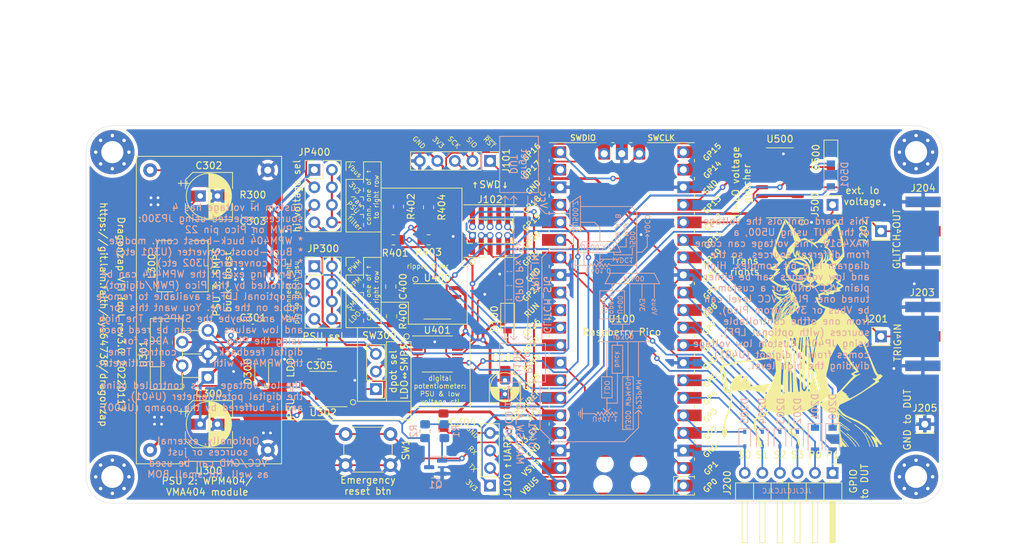
<source format=kicad_pcb>
(kicad_pcb (version 20211014) (generator pcbnew)

  (general
    (thickness 1.6)
  )

  (paper "A4")
  (layers
    (0 "F.Cu" signal)
    (31 "B.Cu" signal)
    (32 "B.Adhes" user "B.Adhesive")
    (33 "F.Adhes" user "F.Adhesive")
    (34 "B.Paste" user)
    (35 "F.Paste" user)
    (36 "B.SilkS" user "B.Silkscreen")
    (37 "F.SilkS" user "F.Silkscreen")
    (38 "B.Mask" user)
    (39 "F.Mask" user)
    (40 "Dwgs.User" user "User.Drawings")
    (41 "Cmts.User" user "User.Comments")
    (42 "Eco1.User" user "User.Eco1")
    (43 "Eco2.User" user "User.Eco2")
    (44 "Edge.Cuts" user)
    (45 "Margin" user)
    (46 "B.CrtYd" user "B.Courtyard")
    (47 "F.CrtYd" user "F.Courtyard")
    (48 "B.Fab" user)
    (49 "F.Fab" user)
  )

  (setup
    (stackup
      (layer "F.SilkS" (type "Top Silk Screen"))
      (layer "F.Paste" (type "Top Solder Paste"))
      (layer "F.Mask" (type "Top Solder Mask") (thickness 0.01))
      (layer "F.Cu" (type "copper") (thickness 0.035))
      (layer "dielectric 1" (type "core") (thickness 1.51) (material "FR4") (epsilon_r 4.5) (loss_tangent 0.02))
      (layer "B.Cu" (type "copper") (thickness 0.035))
      (layer "B.Mask" (type "Bottom Solder Mask") (thickness 0.01))
      (layer "B.Paste" (type "Bottom Solder Paste"))
      (layer "B.SilkS" (type "Bottom Silk Screen"))
      (copper_finish "None")
      (dielectric_constraints no)
    )
    (pad_to_mask_clearance 0)
    (pcbplotparams
      (layerselection 0x00010fc_ffffffff)
      (disableapertmacros false)
      (usegerberextensions false)
      (usegerberattributes true)
      (usegerberadvancedattributes true)
      (creategerberjobfile true)
      (svguseinch false)
      (svgprecision 6)
      (excludeedgelayer true)
      (plotframeref false)
      (viasonmask false)
      (mode 1)
      (useauxorigin false)
      (hpglpennumber 1)
      (hpglpenspeed 20)
      (hpglpendiameter 15.000000)
      (dxfpolygonmode true)
      (dxfimperialunits true)
      (dxfusepcbnewfont true)
      (psnegative false)
      (psa4output false)
      (plotreference true)
      (plotvalue true)
      (plotinvisibletext false)
      (sketchpadsonfab false)
      (subtractmaskfromsilk false)
      (outputformat 1)
      (mirror false)
      (drillshape 0)
      (scaleselection 1)
      (outputdirectory "dragonzap/gerber/")
    )
  )

  (net 0 "")
  (net 1 "GND")
  (net 2 "VBUS")
  (net 3 "+3V3")
  (net 4 "+3.3VADC")
  (net 5 "Net-(D100-Pad1)")
  (net 6 "UART_RX")
  (net 7 "UART_TX")
  (net 8 "/controller/SWDIO")
  (net 9 "/controller/SWCLK")
  (net 10 "unconnected-(J102-Pad8)")
  (net 11 "unconnected-(J102-Pad7)")
  (net 12 "unconnected-(J102-Pad6)")
  (net 13 "GPIO_P0D")
  (net 14 "GPIO_P0W")
  (net 15 "GPIO_P1D")
  (net 16 "GPIO_P1W")
  (net 17 "TRIG_IN")
  (net 18 "GLITCH_OUT")
  (net 19 "P22PWM")
  (net 20 "ADC0")
  (net 21 "ADC1")
  (net 22 "/psu/FB_LDO")
  (net 23 "/psu/FB_SMPS")
  (net 24 "GPIO_S3W")
  (net 25 "GPIO_S3D")
  (net 26 "GPIO_S2W")
  (net 27 "GPIO_S2D")
  (net 28 "GPIO_S1W")
  (net 29 "GPIO_S1D")
  (net 30 "GPIO_S0W")
  (net 31 "GPIO_S0D")
  (net 32 "DPOT_DAT")
  (net 33 "DPOT_CLK")
  (net 34 "unconnected-(U100-Pad22)")
  (net 35 "MAX_SW_B")
  (net 36 "MAX_SW_A")
  (net 37 "MAX_EN")
  (net 38 "DPOT_HI")
  (net 39 "Net-(C400-Pad1)")
  (net 40 "Net-(D300-Pad1)")
  (net 41 "Vdcflt")
  (net 42 "Vdclo")
  (net 43 "GLITCH_SIG")
  (net 44 "DPOT_W")
  (net 45 "Net-(J500-Pad1)")
  (net 46 "DPOT_LO")
  (net 47 "unconnected-(U100-Pad30)")
  (net 48 "Net-(JP400-Pad4)")
  (net 49 "Net-(JP300-Pad2)")
  (net 50 "Net-(C302-Pad1)")
  (net 51 "Net-(C305-Pad1)")
  (net 52 "EMERG_SHDN")
  (net 53 "~{EMERG_SHDN}")
  (net 54 "unconnected-(U100-Pad34)")
  (net 55 "unconnected-(U100-Pad39)")
  (net 56 "unconnected-(U302-Pad4)")
  (net 57 "unconnected-(U302-Pad6)")
  (net 58 "Net-(R403-Pad1)")
  (net 59 "unconnected-(U302-Pad7)")
  (net 60 "unconnected-(U401-Pad13)")
  (net 61 "Net-(U500-Pad13)")
  (net 62 "/glitchout/Vdclo_def")
  (net 63 "Net-(U500-Pad6)")

  (footprint "MCU_RaspberryPi_and_Boards:RPi_Pico_SMD_TH" (layer "F.Cu") (at 157.48 83.82 180))

  (footprint "Connector_PinHeader_2.54mm:PinHeader_1x04_P2.54mm_Vertical" (layer "F.Cu") (at 138.43 107.95 180))

  (footprint "Resistor_SMD:R_0805_2012Metric_Pad1.20x1.40mm_HandSolder" (layer "F.Cu") (at 129.54 67.675 90))

  (footprint "Capacitor_SMD:CP_Elec_6.3x5.3" (layer "F.Cu") (at 97.79 66.04))

  (footprint "Resistor_SMD:R_0805_2012Metric_Pad1.20x1.40mm_HandSolder" (layer "F.Cu") (at 124.46 72.39))

  (footprint "Package_SO:SO-8_3.9x4.9mm_P1.27mm" (layer "F.Cu") (at 130.81 81.28))

  (footprint "Capacitor_THT:CP_Radial_D6.3mm_P2.50mm" (layer "F.Cu") (at 96.52 66.04))

  (footprint "Capacitor_SMD:C_0805_2012Metric_Pad1.18x1.45mm_HandSolder" (layer "F.Cu") (at 131.699 98.552 -90))

  (footprint "Package_SO:HSOP-8-1EP_3.9x4.9mm_P1.27mm_EP2.41x3.1mm" (layer "F.Cu") (at 114.3 93.98 180))

  (footprint "Capacitor_SMD:CP_Elec_4x3.9" (layer "F.Cu") (at 140.589 93.726 -90))

  (footprint "Diode_SMD:D_SOD-123" (layer "F.Cu") (at 105.41 91.44 90))

  (footprint "Connector_PinHeader_2.54mm:PinHeader_1x01_P2.54mm_Vertical" (layer "F.Cu") (at 194.945 71.12))

  (footprint "Button_Switch_THT:SW_PUSH_6mm" (layer "F.Cu") (at 117.527 100.493))

  (footprint "Connector_PinHeader_2.54mm:PinHeader_1x06_P2.54mm_Horizontal" (layer "F.Cu") (at 187.96 106.115 -90))

  (footprint "Resistor_SMD:R_0805_2012Metric_Pad1.20x1.40mm_HandSolder" (layer "F.Cu") (at 124.206 83.439 -90))

  (footprint "Capacitor_SMD:C_0603_1608Metric_Pad1.08x0.95mm_HandSolder" (layer "F.Cu") (at 104.14 85.09))

  (footprint "Connector_PinHeader_2.54mm:PinHeader_1x05_P2.54mm_Vertical" (layer "F.Cu") (at 138.43 60.96 -90))

  (footprint "Connector_PinHeader_2.54mm:PinHeader_1x03_P2.54mm_Vertical" (layer "F.Cu") (at 121.92 93.98 180))

  (footprint "Diode_SMD:D_SOD-123" (layer "F.Cu") (at 187.706 60.198 -90))

  (footprint "Inductor_SMD:L_7.3x7.3_H4.5" (layer "F.Cu") (at 93.98 76.2 90))

  (footprint "Package_SO:TSSOP-14_4.4x5mm_P0.65mm" (layer "F.Cu") (at 130.81 88.9))

  (footprint "Package_SO:SO-16_3.9x9.9mm_P1.27mm" (layer "F.Cu") (at 180.34 64.135 180))

  (footprint "Capacitor_THT:CP_Radial_D4.0mm_P2.00mm" (layer "F.Cu") (at 140.589 92.71 -90))

  (footprint "MountingHole:MountingHole_3.2mm_M3_Pad_Via" (layer "F.Cu") (at 83.82 106.68))

  (footprint "MountingHole:MountingHole_3.2mm_M3_Pad_Via" (layer "F.Cu") (at 83.82 59.69))

  (footprint "Capacitor_SMD:C_0603_1608Metric_Pad1.08x0.95mm_HandSolder" (layer "F.Cu") (at 104.14 71.12))

  (footprint "Connector_PinHeader_2.54mm:PinHeader_1x01_P2.54mm_Vertical" (layer "F.Cu") (at 201.295 99.06))

  (footprint "Package_TO_SOT_THT:TO-220-5_P3.4x3.7mm_StaggerOdd_Lead3.8mm_Vertical" (layer "F.Cu") (at 97.63 92.3 90))

  (footprint "Connector_PinHeader_2.54mm:PinHeader_1x01_P2.54mm_Vertical" (layer "F.Cu") (at 187.96 67.31 180))

  (footprint "Resistor_SMD:R_0805_2012Metric_Pad1.20x1.40mm_HandSolder" (layer "F.Cu") (at 129.54 72.39 180))

  (footprint "Diode_SMD:D_SOD-123" (layer "F.Cu") (at 140.97 83.82 -90))

  (footprint "Capacitor_SMD:C_0805_2012Metric_Pad1.18x1.45mm_HandSolder" (layer "F.Cu") (at 113.7705 88.9 180))

  (footprint "Connector_Coaxial:SMA_Amphenol_132289_EdgeMount" (layer "F.Cu")
    (tedit 5A1C1810) (tstamp ad437278-bbd2-4a43-99cb-51e51762a8d3)
    (at 201.041 71.138)
    (des
... [992377 chars truncated]
</source>
